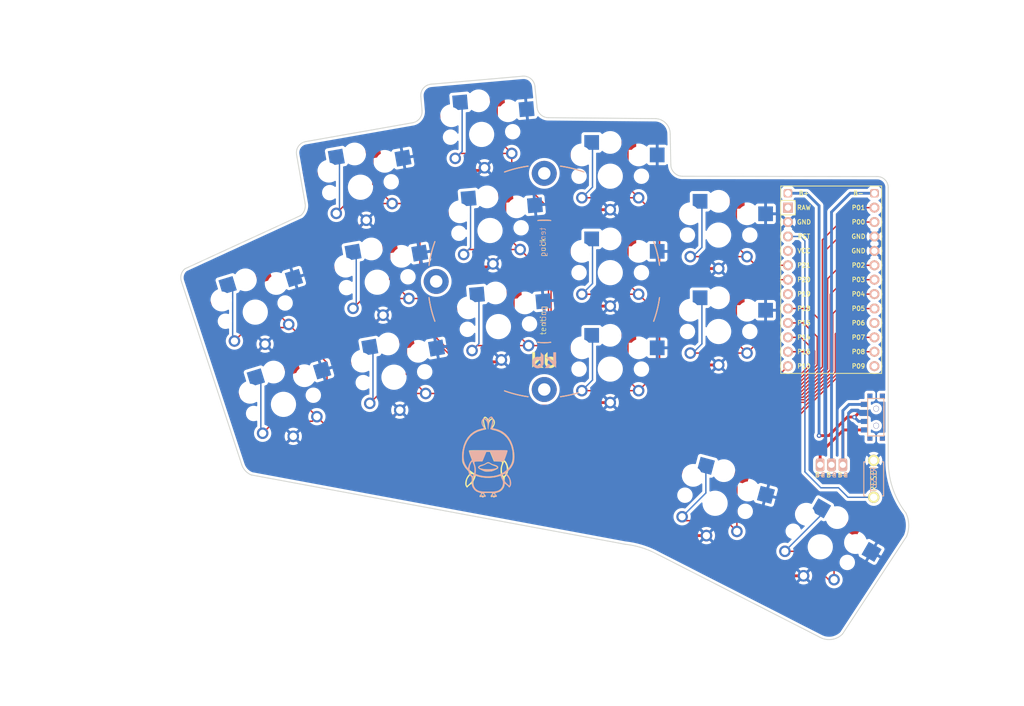
<source format=kicad_pcb>
(kicad_pcb (version 20211014) (generator pcbnew)
  (title_block (title "board") (rev "v1.0.0") (company "Unknown"))
  (layers (0 "F.Cu" signal) (31 "B.Cu" signal) (34 "B.Paste" user) (35 "F.Paste" user) (36 "B.SilkS" user "B.Silkscreen") (37 "F.SilkS" user "F.Silkscreen") (38 "B.Mask" user) (39 "F.Mask" user) (44 "Edge.Cuts" user))
  (net 0 "")
  (net 1 "P6")
  (net 2 "GND")
  (net 3 "P5")
  (net 4 "P4")
  (net 5 "P3")
  (net 6 "P2")
  (net 7 "P0")
  (net 8 "P1")
  (net 9 "P18")
  (net 10 "P15")
  (net 11 "P14")
  (net 12 "P16")
  (net 13 "P10")
  (net 14 "P19")
  (net 15 "P20")
  (net 16 "P21")
  (net 17 "P7")
  (net 18 "P8")
  (net 19 "P9")
  (net 20 "RAW")
  (net 21 "RST")
  (net 22 "VCC")
  (net 23 "Bplus")
  (net 24 "Bminus")
  (net 25 "Braw")
  (footprint "E73:SPDT_C128955" (layer "F.Cu") (at 162.287367 -64.212667 -90)
    (fp_text reference "T1" hide)
    (fp_text value "" hide)
  )
  (footprint "lib:bat" (layer "F.Cu") (at 154.411087 -55.816483)
    (fp_text reference "PAD1" hide)
    (fp_text value "" hide)
  )
  (footprint "kbd:ResetSW" (layer "F.Cu") (at 161.85 -53.34 -90)
    (fp_text reference "B1" hide)
    (fp_text value "")
  )
  (footprint "PG1350" (layer "F.Cu") (at 71.38711 -104.745067 10)
    (fp_text reference "S11" hide)
    (fp_text value "" hide)
  )
  (footprint "PG1350" (layer "F.Cu") (at 152.428645 -41.360213 150)
    (fp_text reference "S34" hide)
    (fp_text value "" hide)
  )
  (footprint "PG1350" (layer "F.Cu") (at 94.221643 -97.114167 5)
    (fp_text reference "S15" hide)
    (fp_text value "" hide)
  )
  (footprint "PG1350" (layer "F.Cu") (at 115.411087 -89.686017)
    (fp_text reference "S21" hide)
    (fp_text value "" hide)
  )
  (footprint "PG1350" (layer "F.Cu") (at 77.291148 -71.261603 -170)
    (fp_text reference "S8" hide)
    (fp_text value "" hide)
  )
  (footprint "PG1350" (layer "F.Cu") (at 95.703291 -80.178857 -175)
    (fp_text reference "S14" hide)
    (fp_text value "" hide)
  )
  (footprint "PG1350" (layer "F.Cu") (at 115.411087 -72.686017 180)
    (fp_text reference "S20" hide)
    (fp_text value "" hide)
  )
  (footprint "PG1350" (layer "F.Cu") (at 134.517334 -79.310985 180)
    (fp_text reference "S28" hide)
    (fp_text value "" hide)
  )
  (footprint "PG1350" (layer "F.Cu") (at 134.517334 -96.310985)
    (fp_text reference "S29" hide)
    (fp_text value "" hide)
  )
  (footprint "LOGO" (layer "F.Cu") (at 93.819755 -55.859733)
    (fp_text reference "G***" hide)
    (fp_text value "LOGO" hide)
  )
  (footprint "PG1350" (layer "F.Cu") (at 152.428645 -41.360213 -30)
    (fp_text reference "S33" hide)
    (fp_text value "" hide)
  )
  (footprint "PG1350" (layer "F.Cu") (at 77.291148 -71.261603 10)
    (fp_text reference "S7" hide)
    (fp_text value "" hide)
  )
  (footprint "E73:SPDT_C128955" (layer "F.Cu") (at 162.287367 -64.212667 -90)
    (fp_text reference "T2" hide)
    (fp_text value "" hide)
  )
  (footprint "PG1350" (layer "F.Cu") (at 52.842259 -82.729963 17)
    (fp_text reference "S5" hide)
    (fp_text value "" hide)
  )
  (footprint "PG1350" (layer "F.Cu") (at 134.517334 -79.310985)
    (fp_text reference "S27" hide)
    (fp_text value "" hide)
  )
  (footprint "PG1350" (layer "F.Cu") (at 74.339129 -88.003335 10)
    (fp_text reference "S9" hide)
    (fp_text value "" hide)
  )
  (footprint "PG1350" (layer "F.Cu") (at 94.221643 -97.114167 -175)
    (fp_text reference "S16" hide)
    (fp_text value "" hide)
  )
  (footprint "PG1350" (layer "F.Cu") (at 134.517334 -96.310985 180)
    (fp_text reference "S30" hide)
    (fp_text value "" hide)
  )
  (footprint "PG1350" (layer "F.Cu") (at 95.703291 -80.178857 5)
    (fp_text reference "S13" hide)
    (fp_text value "" hide)
  )
  (footprint "PG1350" (layer "F.Cu") (at 115.411087 -106.686017 180)
    (fp_text reference "S24" hide)
    (fp_text value "" hide)
  )
  (footprint "PG1350" (layer "F.Cu") (at 92.739996 -114.049477 5)
    (fp_text reference "S17" hide)
    (fp_text value "" hide)
  )
  (footprint "PG1350" (layer "F.Cu") (at 57.812578 -66.472782 -163)
    (fp_text reference "S4" hide)
    (fp_text value "" hide)
  )
  (footprint "PG1350" (layer "F.Cu") (at 74.339129 -88.003335 -170)
    (fp_text reference "S10" hide)
    (fp_text value "" hide)
  )
  (footprint "PG1350" (layer "F.Cu") (at 115.411087 -89.686017 180)
    (fp_text reference "S22" hide)
    (fp_text value "" hide)
  )
  (footprint "PG1350" (layer "F.Cu") (at 133.891046 -49.038738 -15)
    (fp_text reference "S31" hide)
    (fp_text value "" hide)
  )
  (footprint "kbd:Tenting_Puck2" (layer "F.Cu") (at 103.783251 -88.13912)
    (fp_text reference "REF**")
    (fp_text value "Tenting Puck")
  )
  (footprint "ProMicro" (layer "F.Cu") (at 154.357213 -87.172542 -90)
    (fp_text reference "MCU1" hide)
    (fp_text value "" hide)
  )
  (footprint "PG1350" (layer "F.Cu") (at 57.812578 -66.472782 17)
    (fp_text reference "S3" hide)
    (fp_text value "" hide)
  )
  (footprint "PG1350" (layer "F.Cu") (at 133.891046 -49.038738 165)
    (fp_text reference "S32" hide)
    (fp_text value "" hide)
  )
  (footprint "PG1350" (layer "F.Cu") (at 71.38711 -104.745067 -170)
    (fp_text reference "S12" hide)
    (fp_text value "" hide)
  )
  (footprint "PG1350" (layer "F.Cu") (at 115.411087 -106.686017)
    (fp_text reference "S23" hide)
    (fp_text value "" hide)
  )
  (footprint "PG1350" (layer "F.Cu") (at 52.842259 -82.729963 -163)
    (fp_text reference "S6" hide)
    (fp_text value "" hide)
  )
  (footprint "PG1350" (layer "F.Cu") (at 115.411087 -72.686017)
    (fp_text reference "S19" hide)
    (fp_text value "" hide)
  )
  (footprint "PG1350" (layer "F.Cu") (at 92.739996 -114.049477 -175)
    (fp_text reference "S18" hide)
    (fp_text value "" hide)
  )
  (footprint "LOGO" (layer "B.Cu") (at 93.98 -55.88 180)
    (fp_text reference "G***" hide)
    (fp_text value "LOGO" hide)
  )
  (gr_arc (start 104.509588 -117.005368) (mid 103.158397 -117.530806) (end 102.517198 -118.831058) (layer "Edge.Cuts") (width 0.15))
  (gr_line (start 126.088253 -108.703396) (end 125.984 -114.046) (layer "Edge.Cuts") (width 0.15))
  (gr_arc (start 82.233091 -118.259454) (mid 81.827408 -116.867619) (end 80.587997 -116.115527) (layer "Edge.Cuts") (width 0.15))
  (gr_arc (start 167.528587 -47.330455) (mid 168.024672 -45.267049) (end 167.64 -43.18) (layer "Edge.Cuts") (width 0.15))
  (gr_arc (start 167.528587 -47.330455) (mid 165.211835 -51.649611) (end 164.411087 -56.485027) (layer "Edge.Cuts") (width 0.15))
  (gr_line (start 60.120825 -110.475759) (end 61.630489 -101.874615) (layer "Edge.Cuts") (width 0.15))
  (gr_line (start 118.067797 -41.80264) (end 52.13573 -54.028933) (layer "Edge.Cuts") (width 0.15))
  (gr_line (start 83.834124 -122.906984) (end 99.972478 -124.318907) (layer "Edge.Cuts") (width 0.15))
  (gr_arc (start 52.13573 -54.028933) (mid 51.093996 -54.760565) (end 50.45086 -55.859129) (layer "Edge.Cuts") (width 0.15))
  (gr_line (start 162.411086 -106.629429) (end 128.117202 -106.676472) (layer "Edge.Cuts") (width 0.15))
  (gr_line (start 104.509588 -117.005368) (end 123.444 -116.84) (layer "Edge.Cuts") (width 0.15))
  (gr_line (start 39.815446 -88.161643) (end 50.45086 -55.859129) (layer "Edge.Cuts") (width 0.15))
  (gr_arc (start 99.972478 -124.318908) (mid 101.432366 -123.858608) (end 102.139179 -122.500829) (layer "Edge.Cuts") (width 0.15))
  (gr_arc (start 128.117202 -106.676472) (mid 126.698658 -107.285463) (end 126.088253 -108.703396) (layer "Edge.Cuts") (width 0.15))
  (gr_arc (start 60.120826 -110.475759) (mid 60.452137 -111.970208) (end 61.743144 -112.792671) (layer "Edge.Cuts") (width 0.15))
  (gr_line (start 156.354214 -25.985787) (end 167.64 -43.18) (layer "Edge.Cuts") (width 0.15))
  (gr_arc (start 118.067797 -41.80264) (mid 120.992158 -41.190657) (end 123.746692 -40.034594) (layer "Edge.Cuts") (width 0.15))
  (gr_line (start 152.4 -25.4) (end 123.746692 -40.034594) (layer "Edge.Cuts") (width 0.15))
  (gr_arc (start 123.444 -116.84) (mid 125.278785 -115.956422) (end 125.984 -114.046) (layer "Edge.Cuts") (width 0.15))
  (gr_arc (start 156.354214 -25.985787) (mid 154.473897 -25.039536) (end 152.4 -25.4) (layer "Edge.Cuts") (width 0.15))
  (gr_arc (start 39.815446 -88.161643) (mid 39.788585 -89.36909) (end 40.458272 -90.379598) (layer "Edge.Cuts") (width 0.15))
  (gr_line (start 102.139179 -122.500829) (end 102.517198 -118.831058) (layer "Edge.Cuts") (width 0.15))
  (gr_line (start 61.743144 -112.792671) (end 80.587997 -116.115527) (layer "Edge.Cuts") (width 0.15))
  (gr_arc (start 61.630489 -101.874615) (mid 61.532287 -100.734816) (end 60.891088 -99.781795) (layer "Edge.Cuts") (width 0.15))
  (gr_arc (start 82.016046 -120.740284) (mid 82.476347 -122.20017) (end 83.834124 -122.906984) (layer "Edge.Cuts") (width 0.15))
  (gr_line (start 40.458272 -90.379598) (end 60.891088 -99.781795) (layer "Edge.Cuts") (width 0.15))
  (gr_line (start 82.23309 -118.259454) (end 82.016046 -120.740283) (layer "Edge.Cuts") (width 0.15))
  (gr_arc (start 162.411086 -106.629429) (mid 163.838502 -106.070136) (end 164.411086 -104.648) (layer "Edge.Cuts") (width 0.15))
  (gr_line (start 164.411087 -56.485027) (end 164.411086 -104.648) (layer "Edge.Cuts") (width 0.15))
  (segment (start 108.15356 -75.418544) (end 107.136087 -76.436017) (width 0.5) (layer "F.Cu") (net 2))
  (segment (start 63.384822 -105.421809) (end 62.586645 -106.219986) (width 0.5) (layer "F.Cu") (net 2))
  (segment (start 95.876803 -73.960601) (end 90.101363 -73.960601) (width 0.5) (layer "F.Cu") (net 2))
  (segment (start 134.517334 -90.410985) (end 128.150955 -90.410985) (width 0.5) (layer "F.Cu") (net 2))
  (segment (start 63.384822 -100.80225) (end 63.384822 -105.421809) (width 0.5) (layer "F.Cu") (net 2))
  (segment (start 128.789852 -73.410985) (end 126.242334 -75.958503) (width 0.5) (layer "F.Cu") (net 2))
  (segment (start 75.363653 -82.192969) (end 74.347654 -81.17697) (width 0.5) (layer "F.Cu") (net 2))
  (segment (start 115.411087 -66.786017) (end 109.81576 -66.786017) (width 0.5) (layer "F.Cu") (net 2))
  (segment (start 126.242334 -92.319606) (end 126.242334 -100.060985) (width 0.5) (layer "F.Cu") (net 2))
  (segment (start 108.15356 -68.448217) (end 108.15356 -75.418544) (width 0.5) (layer "F.Cu") (net 2))
  (segment (start 62.586645 -106.219986) (end 62.586645 -107.001157) (width 0.5) (layer "F.Cu") (net 2))
  (segment (start 66.26837 -97.918702) (end 63.384822 -100.80225) (width 0.5) (layer "F.Cu") (net 2))
  (segment (start 93.254215 -108.171928) (end 92.778287 -107.696) (width 0.5) (layer "F.Cu") (net 2))
  (segment (start 74.347654 -81.17697) (end 68.485407 -81.17697) (width 0.5) (layer "F.Cu") (net 2))
  (segment (start 71.813295 -64.435238) (end 68.490683 -67.75785) (width 0.5) (layer "F.Cu") (net 2))
  (segment (start 92.778287 -107.696) (end 87.015073 -107.696) (width 0.5) (layer "F.Cu") (net 2))
  (segment (start 125.807135 -53.741241) (end 126.868581 -54.802687) (width 0.5) (layer "F.Cu") (net 2))
  (segment (start 109.81576 -66.786017) (end 108.15356 -68.448217) (width 0.5) (layer "F.Cu") (net 2))
  (segment (start 49.917361 -65.987885) (end 48.802762 -67.102484) (width 0.5) (layer "F.Cu") (net 2))
  (segment (start 125.807135 -45.471746) (end 125.807135 -53.741241) (width 0.5) (layer "F.Cu") (net 2))
  (segment (start 144.018 -39.624) (end 144.018 -45.626023) (width 0.5) (layer "F.Cu") (net 2))
  (segment (start 59.537571 -60.830584) (end 58.196209 -59.489222) (width 0.5) (layer "F.Cu") (net 2))
  (segment (start 77.299673 -64.435238) (end 71.813295 -64.435238) (width 0.5) (layer "F.Cu") (net 2))
  (segment (start 147.391337 -36.250663) (end 144.018 -39.624) (width 0.5) (layer "F.Cu") (net 2))
  (segment (start 149.478645 -36.250663) (end 147.391337 -36.250663) (width 0.5) (layer "F.Cu") (net 2))
  (segment (start 88.572461 -90.678) (end 85.651298 -93.599163) (width 0.5) (layer "F.Cu") (net 2))
  (segment (start 115.411087 -83.786017) (end 108.973745 -83.786017) (width 0.5) (layer "F.Cu") (net 2))
  (segment (start 78.315672 -65.451237) (end 77.299673 -64.435238) (width 0.5) (layer "F.Cu") (net 2))
  (segment (start 58.196209 -59.489222) (end 53.137791 -59.489222) (width 0.5) (layer "F.Cu") (net 2))
  (segment (start 71.395635 -97.918702) (end 66.26837 -97.918702) (width 0.5) (layer "F.Cu") (net 2))
  (segment (start 132.364014 -43.339776) (end 127.939105 -43.339776) (width 0.5) (layer "F.Cu") (net 2))
  (segment (start 53.137791 -59.489222) (end 49.917361 -62.709652) (width 0.5) (layer "F.Cu") (net 2))
  (segment (start 134.517334 -73.410985) (end 128.789852 -73.410985) (width 0.5) (layer "F.Cu") (net 2))
  (segment (start 107.136087 -103.216201) (end 107.136087 -110.436017) (width 0.5) (layer "F.Cu") (net 2))
  (segment (start 90.101363 -73.960601) (end 87.132946 -76.929018) (width 0.5) (layer "F.Cu") (net 2))
  (segment (start 115.411087 -100.786017) (end 109.566271 -100.786017) (width 0.5) (layer "F.Cu") (net 2))
  (segment (start 68.485407 -81.17697) (end 65.538664 -84.123713) (width 0.5) (layer "F.Cu") (net 2))
  (segment (start 65.538664 -84.123713) (end 65.538664 -90.259425) (width 0.5) (layer "F.Cu") (net 2))
  (segment (start 48.802762 -67.102484) (end 48.802762 -67.639549) (width 0.5) (layer "F.Cu") (net 2))
  (segment (start 144.018 -45.626023) (end 147.137285 -48.745308) (width 0.5) (layer "F.Cu") (net 2))
  (segment (start 127.939105 -43.339776) (end 125.807135 -45.471746) (width 0.5) (layer "F.Cu") (net 2))
  (segment (start 87.132946 -76.929018) (end 87.132946 -83.193373) (width 0.5) (layer "F.Cu") (net 2))
  (segment (start 108.15356 -76.015027) (end 107.136087 -77.0325) (width 0.5) (layer "F.Cu") (net 2))
  (segment (start 109.566271 -100.786017) (end 107.136087 -103.216201) (width 0.5) (layer "F.Cu") (net 2))
  (segment (start 85.651298 -93.599163) (end 85.651298 -100.128683) (width 0.5) (layer "F.Cu") (net 2))
  (segment (start 48.232895 -75.218284) (end 44.864298 -78.586881) (width 0.5) (layer "F.Cu") (net 2))
  (segment (start 96.21751 -74.301308) (end 95.876803 -73.960601) (width 0.5) (layer "F.Cu") (net 2))
  (segment (start 108.973745 -83.786017) (end 107.136087 -85.623675) (width 0.5) (layer "F.Cu") (net 2))
  (segment (start 128.150955 -90.410985) (end 126.242334 -92.319606) (width 0.5) (layer "F.Cu") (net 2))
  (segment (start 44.864298 -78.586881) (end 44.864298 -82.864875) (width 0.5) (layer "F.Cu") (net 2))
  (segment (start 87.015073 -107.696) (end 84.169651 -110.541422) (width 0.5) (layer "F.Cu") (net 2))
  (segment (start 54.567252 -77.087765) (end 52.697771 -75.218284) (width 0.5) (layer "F.Cu") (net 2))
  (segment (start 72.411634 -98.934701) (end 71.395635 -97.918702) (width 0.5) (layer "F.Cu") (net 2))
  (segment (start 68.490683 -67.75785) (end 68.490683 -73.517693) (width 0.5) (layer "F.Cu") (net 2))
  (segment (start 52.697771 -75.218284) (end 48.232895 -75.218284) (width 0.5) (layer "F.Cu") (net 2))
  (segment (start 107.136087 -85.623675) (end 107.136087 -93.436017) (width 0.5) (layer "F.Cu") (net 2))
  (segment (start 44.864298 -82.864875) (end 43.832443 -83.89673) (width 0.5) (layer "F.Cu") (net 2))
  (segment (start 94.735862 -91.236618) (end 94.177244 -90.678) (width 0.5) (layer "F.Cu") (net 2))
  (segment (start 49.917361 -62.709652) (end 49.917361 -65.987885) (width 0.5) (layer "F.Cu") (net 2))
  (segment (start 84.169651 -110.541422) (end 84.169651 -117.063993) (width 0.5) (layer "F.Cu") (net 2))
  (segment (start 126.242334 -75.958503) (end 126.242334 -83.060985) (width 0.5) (layer "F.Cu") (net 2))
  (segment (start 94.177244 -90.678) (end 88.572461 -90.678) (width 0.5) (layer "F.Cu") (net 2))
  (segment (start 149.748864 -66.830877) (end 155.077894 -72.159909) (width 0.25) (layer "F.Cu") (net 3))
  (segment (start 159.562542 -83.362542) (end 161.977213 -83.362542) (width 0.25) (layer "F.Cu") (net 3))
  (segment (start 155.077894 -78.877894) (end 159.562542 -83.362542) (width 0.25) (layer "F.Cu") (net 3))
  (segment (start 63.705114 -64.300682) (end 62.904432 -63.5) (width 0.25) (layer "F.Cu") (net 3))
  (segment (start 59.204864 -68.800932) (end 63.705114 -64.300682) (width 0.25) (layer "F.Cu") (net 3))
  (segment (start 63.705114 -64.300682) (end 64.955316 -63.05048) (width 0.25) (layer "F.Cu") (net 3))
  (segment (start 121.872336 -61.654585) (end 127.048629 -66.830877) (width 0.25) (layer "F.Cu") (net 3))
  (segment (start 64.955316 -63.05048) (end 81.210742 -63.05048) (width 0.25) (layer "F.Cu") (net 3))
  (segment (start 89.748263 -71.588001) (end 93.84192 -71.588001) (width 0.25) (layer "F.Cu") (net 3))
  (segment (start 100.944526 -64.485396) (end 106.796666 -64.485396) (width 0.25) (layer "F.Cu") (net 3))
  (segment (start 81.210742 -63.05048) (end 81.474064 -63.313803) (width 0.25) (layer "F.Cu") (net 3))
  (segment (start 93.84192 -71.588001) (end 100.944526 -64.485396) (width 0.25) (layer "F.Cu") (net 3))
  (segment (start 109.627477 -61.654585) (end 121.872336 -61.654585) (width 0.25) (layer "F.Cu") (net 3))
  (segment (start 56.265102 -63.5) (end 54.142067 -61.376965) (width 0.25) (layer "F.Cu") (net 3))
  (segment (start 81.474064 -63.313803) (end 89.748263 -71.588001) (width 0.25) (layer "F.Cu") (net 3))
  (segment (start 62.904432 -63.5) (end 56.265102 -63.5) (width 0.25) (layer "F.Cu") (net 3))
  (segment (start 106.796666 -64.485396) (end 109.627477 -61.654585) (width 0.25) (layer "F.Cu") (net 3))
  (segment (start 155.077894 -72.159909) (end 155.077894 -78.877894) (width 0.25) (layer "F.Cu") (net 3))
  (segment (start 127.048629 -66.830877) (end 149.748864 -66.830877) (width 0.25) (layer "F.Cu") (net 3))
  (segment (start 59.204864 -73.120313) (end 59.204864 -68.800932) (width 0.25) (layer "F.Cu") (net 3))
  (segment (start 52.626273 -71.927415) (end 53.827272 -70.726416) (width 0.25) (layer "B.Cu") (net 3))
  (segment (start 53.827272 -70.726416) (end 53.827272 -62.099102) (width 0.25) (layer "B.Cu") (net 3))
  (segment (start 58.734795 -80.557863) (end 65.491195 -73.801463) (width 0.25) (layer "F.Cu") (net 4))
  (segment (start 54.234545 -89.377494) (end 54.234545 -85.058113) (width 0.25) (layer "F.Cu") (net 4))
  (segment (start 106.982862 -64.934916) (end 109.813674 -62.104105) (width 0.25) (layer "F.Cu") (net 4))
  (segment (start 54.234545 -85.058113) (end 58.734795 -80.557863) (width 0.25) (layer "F.Cu") (net 4))
  (segment (start 69.468058 -63.5) (end 81.024544 -63.5) (width 0.25) (layer "F.Cu") (net 4))
  (segment (start 121.686139 -62.104105) (end 126.862431 -67.280397) (width 0.25) (layer "F.Cu") (net 4))
  (segment (start 154.628374 -82.455721) (end 158.075195 -85.902542) (width 0.25) (layer "F.Cu") (net 4))
  (segment (start 58.186932 -80.01) (end 51.547602 -80.01) (width 0.25) (layer "F.Cu") (net 4))
  (segment (start 65.491195 -73.801463) (end 65.491195 -67.476863) (width 0.25) (layer "F.Cu") (net 4))
  (segment (start 101.130723 -64.934916) (end 106.982862 -64.934916) (width 0.25) (layer "F.Cu") (net 4))
  (segment (start 158.075195 -85.902542) (end 161.977213 -85.902542) (width 0.25) (layer "F.Cu") (net 4))
  (segment (start 89.562065 -72.037521) (end 94.028117 -72.037521) (width 0.25) (layer "F.Cu") (net 4))
  (segment (start 109.813674 -62.104105) (end 121.686139 -62.104105) (width 0.25) (layer "F.Cu") (net 4))
  (segment (start 149.562666 -67.280397) (end 154.628374 -72.346106) (width 0.25) (layer "F.Cu") (net 4))
  (segment (start 154.628374 -72.346106) (end 154.628374 -82.455721) (width 0.25) (layer "F.Cu") (net 4))
  (segment (start 58.734795 -80.557863) (end 58.186932 -80.01) (width 0.25) (layer "F.Cu") (net 4))
  (segment (start 81.024544 -63.5) (end 89.562065 -72.037521) (width 0.25) (layer "F.Cu") (net 4))
  (segment (start 51.547602 -80.01) (end 49.171748 -77.634146) (width 0.25) (layer "F.Cu") (net 4))
  (segment (start 126.862431 -67.280397) (end 149.562666 -67.280397) (width 0.25) (layer "F.Cu") (net 4))
  (segment (start 94.028117 -72.037521) (end 101.130723 -64.934916) (width 0.25) (layer "F.Cu") (net 4))
  (segment (start 65.491195 -67.476863) (end 69.468058 -63.5) (width 0.25) (layer "F.Cu") (net 4))
  (segment (start 47.655954 -88.184596) (end 48.856953 -86.983597) (width 0.25) (layer "B.Cu") (net 4))
  (segment (start 48.856953 -86.983597) (end 48.856953 -78.356283) (width 0.25) (layer "B.Cu") (net 4))
  (segment (start 121.499941 -62.553625) (end 126.676233 -67.729917) (width 0.25) (layer "F.Cu") (net 5))
  (segment (start 109.999871 -62.553625) (end 121.499941 -62.553625) (width 0.25) (layer "F.Cu") (net 5))
  (segment (start 94.214315 -72.487041) (end 101.31692 -65.384436) (width 0.25) (layer "F.Cu") (net 5))
  (segment (start 149.376468 -67.729917) (end 154.178854 -72.532303) (width 0.25) (layer "F.Cu") (net 5))
  (segment (start 101.31692 -65.384436) (end 107.16906 -65.384436) (width 0.25) (layer "F.Cu") (net 5))
  (segment (start 79.483187 -71.779437) (end 82.87505 -68.387574) (width 0.25) (layer "F.Cu") (net 5))
  (segment (start 82.87505 -68.387574) (end 85.2764 -68.387574) (width 0.25) (layer "F.Cu") (net 5))
  (segment (start 85.2764 -68.387574) (end 89.375867 -72.487041) (width 0.25) (layer "F.Cu") (net 5))
  (segment (start 126.676233 -67.729917) (end 149.376468 -67.729917) (width 0.25) (layer "F.Cu") (net 5))
  (segment (start 82.87505 -68.387574) (end 74.763453 -68.387574) (width 0.25) (layer "F.Cu") (net 5))
  (segment (start 79.483187 -77.689907) (end 79.483187 -71.779437) (width 0.25) (layer "F.Cu") (net 5))
  (segment (start 74.763453 -68.387574) (end 73.026972 -66.651093) (width 0.25) (layer "F.Cu") (net 5))
  (segment (start 154.178854 -85.854555) (end 156.766841 -88.442542) (width 0.25) (layer "F.Cu") (net 5))
  (segment (start 154.178854 -72.532303) (end 154.178854 -85.854555) (width 0.25) (layer "F.Cu") (net 5))
  (segment (start 89.375867 -72.487041) (end 94.214315 -72.487041) (width 0.25) (layer "F.Cu") (net 5))
  (segment (start 107.16906 -65.384436) (end 109.999871 -62.553625) (width 0.25) (layer "F.Cu") (net 5))
  (segment (start 156.766841 -88.442542) (end 161.977213 -88.442542) (width 0.25) (layer "F.Cu") (net 5))
  (segment (start 73.59045 -67.214571) (end 73.026972 -66.651093) (width 0.25) (layer "B.Cu") (net 5))
  (segment (start 73.032696 -76.552511) (end 73.59045 -75.994757) (width 0.25) (layer "B.Cu") (net 5))
  (segment (start 73.59045 -75.994757) (end 73.59045 -67.214571) (width 0.25) (layer "B.Cu") (net 5))
  (segment (start 84.38648 -82.617802) (end 84.38648 -77.933067) (width 0.25) (layer "F.Cu") (net 6))
  (segment (start 76.531168 -88.521169) (end 79.923031 -85.129306) (width 0.25) (layer "F.Cu") (net 6))
  (segment (start 121.313741 -63.003145) (end 126.490035 -68.179437) (width 0.25) (layer "F.Cu") (net 6))
  (segment (start 76.531168 -94.431639) (end 76.531168 -88.521169) (width 0.25) (layer "F.Cu") (net 6))
  (segment (start 94.400512 -72.936561) (end 101.503117 -65.833956) (width 0.25) (layer "F.Cu") (net 6))
  (segment (start 101.503117 -65.833956) (end 107.355257 -65.833956) (width 0.25) (layer "F.Cu") (net 6))
  (segment (start 81.874976 -85.129306) (end 84.38648 -82.617802) (width 0.25) (layer "F.Cu") (net 6))
  (segment (start 84.38648 -77.933067) (end 89.382986 -72.936561) (width 0.25) (layer "F.Cu") (net 6))
  (segment (start 79.923031 -85.129306) (end 81.874976 -85.129306) (width 0.25) (layer "F.Cu") (net 6))
  (segment (start 110.186071 -63.003145) (end 121.313741 -63.003145) (width 0.25) (layer "F.Cu") (net 6))
  (segment (start 107.355257 -65.833956) (end 110.186071 -63.003145) (width 0.25) (layer "F.Cu") (net 6))
  (segment (start 126.490035 -68.179437) (end 149.19027 -68.179437) (width 0.25) (layer "F.Cu") (net 6))
  (segment (start 79.923031 -85.129306) (end 71.811434 -85.129306) (width 0.25) (layer "F.Cu") (net 6))
  (segment (start 156.084963 -90.982542) (end 161.977213 -90.982542) (width 0.25) (layer "F.Cu") (net 6))
  (segment (start 153.729334 -72.718501) (end 153.729334 -88.626913) (width 0.25) (layer "F.Cu") (net 6))
  (segment (start 71.811434 -85.129306) (end 70.074953 -83.392825) (width 0.25) (layer "F.Cu") (net 6))
  (segment (start 153.729334 -88.626913) (end 156.084963 -90.982542) (width 0.25) (layer "F.Cu") (net 6))
  (segment (start 89.382986 -72.936561) (end 94.400512 -72.936561) (width 0.25) (layer "F.Cu") (net 6))
  (segment (start 149.19027 -68.179437) (end 153.729334 -72.718501) (width 0.25) (layer "F.Cu") (net 6))
  (segment (start 70.638431 -83.956303) (end 70.074953 -83.392825) (width 0.25) (layer "B.Cu") (net 6))
  (segment (start 70.638431 -92.736489) (end 70.638431 -83.956303) (width 0.25) (layer "B.Cu") (net 6))
  (segment (start 70.080677 -93.294243) (end 70.638431 -92.736489) (width 0.25) (layer "B.Cu") (net 6))
  (segment (start 68.859415 -101.871038) (end 67.122934 -100.134557) (width 0.25) (layer "F.Cu") (net 7))
  (segment (start 149.004072 -68.628957) (end 153.249052 -72.873937) (width 0.25) (layer "F.Cu") (net 7))
  (segment (start 158.355429 -98.602542) (end 161.977213 -98.602542) (width 0.25) (layer "F.Cu") (net 7))
  (segment (start 110.372268 -63.452665) (end 121.127544 -63.452665) (width 0.25) (layer "F.Cu") (net 7))
  (segment (start 73.579149 -111.173371) (end 73.579149 -105.262901) (width 0.25) (layer "F.Cu") (net 7))
  (segment (start 84.836 -82.804) (end 84.836 -78.119265) (width 0.25) (layer "F.Cu") (net 7))
  (segment (start 79.561162 -101.871038) (end 81.858703 -99.573497) (width 0.25) (layer "F.Cu") (net 7))
  (segment (start 89.569184 -73.386081) (end 94.586709 -73.386081) (width 0.25) (layer "F.Cu") (net 7))
  (segment (start 107.541455 -66.283476) (end 110.372268 -63.452665) (width 0.25) (layer "F.Cu") (net 7))
  (segment (start 76.971012 -101.871038) (end 68.859415 -101.871038) (width 0.25) (layer "F.Cu") (net 7))
  (segment (start 126.303837 -68.628957) (end 149.004072 -68.628957) (width 0.25) (layer "F.Cu") (net 7))
  (segment (start 153.249052 -93.496165) (end 158.355429 -98.602542) (width 0.25) (layer "F.Cu") (net 7))
  (segment (start 101.689314 -66.283476) (end 107.541455 -66.283476) (width 0.25) (layer "F.Cu") (net 7))
  (segment (start 153.249052 -72.873937) (end 153.249052 -93.496165) (width 0.25) (layer "F.Cu") (net 7))
  (segment (start 81.858703 -85.781297) (end 84.836 -82.804) (width 0.25) (layer "F.Cu") (net 7))
  (segment (start 84.836 -78.119265) (end 89.569184 -73.386081) (width 0.25) (layer "F.Cu") (net 7))
  (segment (start 121.127544 -63.452665) (end 126.303837 -68.628957) (width 0.25) (layer "F.Cu") (net 7))
  (segment (start 81.858703 -99.573497) (end 81.858703 -85.781297) (width 0.25) (layer "F.Cu") (net 7))
  (segment (start 76.971012 -101.871038) (end 79.561162 -101.871038) (width 0.25) (layer "F.Cu") (net 7))
  (segment (start 73.579149 -105.262901) (end 76.971012 -101.871038) (width 0.25) (layer "F.Cu") (net 7))
  (segment (start 94.586709 -73.386081) (end 101.689314 -66.283476) (width 0.25) (layer "F.Cu") (net 7))
  (segment (start 67.686412 -100.698035) (end 67.122934 -100.134557) (width 0.25) (layer "B.Cu") (net 7))
  (segment (start 67.128658 -110.035975) (end 67.686412 -109.478221) (width 0.25) (layer "B.Cu") (net 7))
  (segment (start 67.686412 -109.478221) (end 67.686412 -100.698035) (width 0.25) (layer "B.Cu") (net 7))
  (segment (start 91.925067 -76.829096) (end 91.053509 -75.957538) (width 0.25) (layer "F.Cu") (net 8))
  (segment (start 152.799532 -73.060135) (end 152.799532 -95.461145) (width 0.25) (layer "F.Cu") (net 8))
  (segment (start 104.07916 -73.484347) (end 106.68 -70.883507) (width 0.25) (layer "F.Cu") (net 8))
  (segment (start 101.015456 -76.829096) (end 102.844128 -76.829096) (width 0.25) (layer "F.Cu") (net 8))
  (segment (start 101.015456 -76.829096) (end 98.447252 -79.3973) (width 0.25) (layer "F.Cu") (net 8))
  (segment (start 98.447252 -79.3973) (end 98.447252 -86.391651) (width 0.25) (layer "F.Cu") (net 8))
  (segment (start 126.117639 -69.078477) (end 148.817874 -69.078477) (width 0.25) (layer "F.Cu") (net 8))
  (segment (start 152.799532 -95.461145) (end 158.480929 -101.142542) (width 0.25) (layer "F.Cu") (net 8))
  (segment (start 110.558465 -63.902185) (end 120.941347 -63.902185) (width 0.25) (layer "F.Cu") (net 8))
  (segment (start 120.941347 -63.902185) (end 126.117639 -69.078477) (width 0.25) (layer "F.Cu") (net 8))
  (segment (start 104.07916 -75.594064) (end 104.07916 -73.484347) (width 0.25) (layer "F.Cu") (net 8))
  (segment (start 148.817874 -69.078477) (end 152.799532 -73.060135) (width 0.25) (layer "F.Cu") (net 8))
  (segment (start 101.015456 -76.829096) (end 91.925067 -76.829096) (width 0.25) (layer "F.Cu") (net 8))
  (segment (start 106.68 -70.883507) (end 106.680001 -67.780648) (width 0.25) (layer "F.Cu") (net 8))
  (segment (start 102.844128 -76.829096) (end 104.07916 -75.594064) (width 0.25) (layer "F.Cu") (net 8))
  (segment (start 158.480929 -101.142542) (end 161.977213 -101.142542) (width 0.25) (layer "F.Cu") (net 8))
  (segment (start 106.680001 -67.780648) (end 110.558465 -63.902185) (width 0.25) (layer "F.Cu") (net 8))
  (segment (start 92.270004 -77.174033) (end 91.053509 -75.957538) (width 0.25) (layer "B.Cu") (net 8))
  (segment (start 91.922177 -85.82078) (end 92.270004 -85.472953) (width 0.25) (layer "B.Cu") (net 8))
  (segment (start 92.270004 -85.472953) (end 92.270004 -77.174033) (width 0.25) (layer "B.Cu") (net 8))
  (segment (start 110.744662 -64.351705) (end 120.755149 -64.351705) (width 0.25) (layer "F.Cu") (net 9))
  (segment (start 104.52868 -88.769534) (end 104.52868 -73.670546) (width 0.25) (layer "F.Cu") (net 9))
  (segment (start 152.350012 -73.246333) (end 152.350012 -81.329988) (width 0.25) (layer "F.Cu") (net 9))
  (segment (start 99.533808 -93.764406) (end 90.443419 -93.764406) (width 0.25) (layer "F.Cu") (net 9))
  (segment (start 96.965604 -96.33261) (end 99.533808 -93.764406) (width 0.25) (layer "F.Cu") (net 9))
  (segment (start 107.12952 -67.966846) (end 107.392843 -67.703524) (width 0.25) (layer "F.Cu") (net 9))
  (segment (start 150.317458 -83.362542) (end 146.737213 -83.362542) (width 0.25) (layer "F.Cu") (net 9))
  (segment (start 107.392843 -67.703524) (end 110.744662 -64.351705) (width 0.25) (layer "F.Cu") (net 9))
  (segment (start 99.533808 -93.764406) (end 104.52868 -88.769534) (width 0.25) (layer "F.Cu") (net 9))
  (segment (start 148.631676 -69.527997) (end 152.350012 -73.246333) (width 0.25) (layer "F.Cu") (net 9))
  (segment (start 125.931441 -69.527997) (end 148.631676 -69.527997) (width 0.25) (layer "F.Cu") (net 9))
  (segment (start 96.965604 -103.326961) (end 96.965604 -96.33261) (width 0.25) (layer "F.Cu") (net 9))
  (segment (start 90.443419 -93.764406) (end 89.571861 -92.892848) (width 0.25) (layer "F.Cu") (net 9))
  (segment (start 107.12952 -71.069705) (end 107.12952 -67.966846) (width 0.25) (layer "F.Cu") (net 9))
  (segment (start 152.350012 -81.329988) (end 150.317458 -83.362542) (width 0.25) (layer "F.Cu") (net 9))
  (segment (start 104.52868 -73.670546) (end 107.12952 -71.069705) (width 0.25) (layer "F.Cu") (net 9))
  (segment (start 120.755149 -64.351705) (end 125.931441 -69.527997) (width 0.25) (layer "F.Cu") (net 9))
  (segment (start 90.788356 -94.109343) (end 89.571861 -92.892848) (width 0.25) (layer "B.Cu") (net 9))
  (segment (start 90.440529 -102.75609) (end 90.788356 -102.408263) (width 0.25) (layer "B.Cu") (net 9))
  (segment (start 90.788356 -102.408263) (end 90.788356 -94.109343) (width 0.25) (layer "B.Cu") (net 9))
  (segment (start 148.445478 -69.977517) (end 151.900492 -73.432531) (width 0.25) (layer "F.Cu") (net 10))
  (segment (start 120.568951 -64.801225) (end 125.745243 -69.977517) (width 0.25) (layer "F.Cu") (net 10))
  (segment (start 98.052161 -107.541789) (end 104.9782 -100.61575) (width 0.25) (layer "F.Cu") (net 10))
  (segment (start 151.900492 -78.376564) (end 149.454514 -80.822542) (width 0.25) (layer "F.Cu") (net 10))
  (segment (start 98.052161 -110.699716) (end 98.052161 -107.541789) (width 0.25) (layer "F.Cu") (net 10))
  (segment (start 95.483957 -120.262271) (end 95.483957 -113.26792) (width 0.25) (layer "F.Cu") (net 10))
  (segment (start 125.745243 -69.977517) (end 148.445478 -69.977517) (width 0.25) (layer "F.Cu") (net 10))
  (segment (start 110.930859 -64.801225) (end 120.568951 -64.801225) (width 0.25) (layer "F.Cu") (net 10))
  (segment (start 107.57904 -71.255902) (end 107.57904 -68.153044) (width 0.25) (layer "F.Cu") (net 10))
  (segment (start 88.961772 -110.699716) (end 88.090214 -109.828158) (width 0.25) (layer "F.Cu") (net 10))
  (segment (start 149.454514 -80.822542) (end 146.737213 -80.822542) (width 0.25) (layer "F.Cu") (net 10))
  (segment (start 98.052161 -110.699716) (end 88.961772 -110.699716) (width 0.25) (layer "F.Cu") (net 10))
  (segment (start 151.900492 -73.432531) (end 151.900492 -78.376564) (width 0.25) (layer "F.Cu") (net 10))
  (segment (start 104.9782 -100.61575) (end 104.9782 -73.856744) (width 0.25) (layer "F.Cu") (net 10))
  (segment (start 95.483957 -113.26792) (end 98.052161 -110.699716) (width 0.25) (layer "F.Cu") (net 10))
  (segment (start 104.9782 -73.856744) (end 107.57904 -71.255902) (width 0.25) (layer "F.Cu") (net 10))
  (segment (start 107.57904 -68.153044) (end 110.930859 -64.801225) (width 0.25) (layer "F.Cu") (net 10))
  (segment (start 89.306709 -111.044653) (end 88.090214 -109.828158) (width 0.25) (layer "B.Cu") (net 10))
  (segment (start 89.306709 -119.343573) (end 89.306709 -111.044653) (width 0.25) (layer "B.Cu") (net 10))
  (segment (start 88.958882 -119.6914) (end 89.306709 -119.343573) (width 0.25) (layer "B.Cu") (net 10))
  (segment (start 148.25928 -70.427037) (end 121.952107 -70.427037) (width 0.25) (layer "F.Cu") (net 11))
  (segment (start 146.737213 -78.282542) (end 149.026535 -78.282542) (width 0.25) (layer "F.Cu") (net 11))
  (segment (start 120.411087 -68.886017) (end 110.411087 -68.886017) (width 0.25) (layer "F.Cu") (net 11))
  (segment (start 118.536566 -78.486496) (end 118.536566 -70.760538) (width 0.25) (layer "F.Cu") (net 11))
  (segment (start 151.450972 -75.858105) (end 151.450972 -73.618729) (width 0.25) (layer "F.Cu") (net 11))
  (segment (start 151.450972 -73.618729) (end 148.25928 -70.427037) (width 0.25) (layer "F.Cu") (net 11))
  (segment (start 118.536566 -70.760538) (end 120.411087 -68.886017) (width 0.25) (layer "F.Cu") (net 11))
  (segment (start 118.686087 -78.636017) (end 118.536566 -78.486496) (width 0.25) (layer "F.Cu") (net 11))
  (segment (start 149.026535 -78.282542) (end 151.450972 -75.858105) (width 0.25) (layer "F.Cu") (net 11))
  (segment (start 121.952107 -70.427037) (end 120.411087 -68.886017) (width 0.25) (layer "F.Cu") (net 11))
  (segment (start 112.285608 -79.029475) (end 112.285608 -70.760538) (width 0.25) (layer "B.Cu") (net 11))
  (segment (start 112.285608 -70.760538) (end 110.411087 -68.886017) (width 0.25) (layer "B.Cu") (net 11))
  (segment (start 118.536566 -87.760538) (end 120.411087 -85.886017) (width 0.25) (layer "F.Cu") (net 12))
  (segment (start 123.65488 -82.642224) (end 123.65488 -72.872083) (width 0.25) (layer "F.Cu") (net 12))
  (segment (start 110.411087 -85.886017) (end 120.411087 -85.886017) (width 0.25) (layer "F.Cu") (net 12))
  (segment (start 148.073083 -70.876557) (end 151.001452 -73.804926) (width 0.25) (layer "F.Cu") (net 12))
  (segment (start 118.536566 -95.486496) (end 118.536566 -87.760538) (width 0.25) (layer "F.Cu") (net 12))
  (segment (start 149.86 -75.742542) (end 146.737213 -75.742542) (width 0.25) (layer "F.Cu") (net 12))
  (segment (start 120.411087 -85.886017) (end 123.65488 -82.642224) (width 0.25) (layer "F.Cu") (net 12))
  (segment (start 123.65488 -72.872083) (end 125.650407 -70.876557) (width 0.25) (layer "F.Cu") (net 12))
  (segment (start 151.001452 -74.60109) (end 149.86 -75.742542) (width 0.25) (layer "F.Cu") (net 12))
  (segment (start 151.001452 -73.804926) (end 151.001452 -74.60109) (width 0.25) (layer "F.Cu") (net 12))
  (segment (start 118.686087 -95.636017) (end 118.536566 -95.486496) (width 0.25) (layer "F.Cu") (net 12))
  (segment (start 125.650407 -70.876557) (end 148.073083 -70.876557) (width 0.25) (layer "F.Cu") (net 12))
  (segment (start 112.285608 -96.029475) (end 112.285608 -87.760538) (width 0.25) (layer "B.Cu") (net 12))
  (segment (start 112.285608 -87.760538) (end 110.411087 -85.886017) (width 0.25) (layer "B.Cu") (net 12))
  (segment (start 118.536566 -112.486496) (end 118.536566 -104.760538) (width 0.25) (layer "F.Cu") (net 13))
  (segment (start 124.1044 -99.192704) (end 124.1044 -73.058281) (width 0.25) (layer "F.Cu") (net 13))
  (segment (start 125.836604 -71.326077) (end 144.860748 -71.326077) (width 0.25) (layer "F.Cu") (net 13))
  (segment (start 120.411087 -102.886017) (end 110.411087 -102.886017) (width 0.25) (layer "F.Cu") (net 13))
  (segment (start 118.686087 -112.636017) (end 118.536566 -112.486496) (width 0.25) (layer "F.Cu") (net 13))
  (segment (start 124.1044 -73.058281) (end 125.836604 -71.326077) (width 0.25) (layer "F.Cu") (net 13))
  (segment (start 144.860748 -71.326077) (end 146.737213 -73.202542) (width 0.25) (layer "F.Cu") (net 13))
  (segment (start 120.411087 -102.886017) (end 124.1044 -99.192704) (width 0.25) (layer "F.Cu") (net 13))
  (segment (start 118.536566 -104.760538) (end 120.411087 -102.886017) (width 0.25) (layer "F.Cu") (net 13))
  (segment (start 112.285608 -104.760538) (end 110.411087 -102.886017) (width 0.25) (layer "B.Cu") (net 13))
  (segment (start 112.285608 -113.029475) (end 112.285608 -104.760538) (width 0.25) (layer "B.Cu") (net 13))
  (segment (start 142.839945 -86.764638) (end 144.517849 -88.442542) (width 0.25) (layer "F.Cu") (net 15))
  (segment (start 139.517334 -75.510985) (end 142.839945 -78.833596) (width 0.25) (layer "F.Cu") (net 15))
  (segment (start 137.642813 -77.385506) (end 137.642813 -85.111464) (width 0.25) (layer "F.Cu") (net 15))
  (segment (start 142.839945 -78.833596) (end 142.839945 -86.764638) (width 0.25) (layer "F.Cu") (net 15))
  (segment (start 139.517334 -75.510985) (end 137.642813 -77.385506) (width 0.25) (layer "F.Cu") (net 15))
  (segment (start 137.642813 -85.111464) (end 137.792334 -85.260985) (width 0.25) (layer "F.Cu") (net 15))
  (segment (start 144.517849 -88.442542) (end 146.737213 -88.442542) (width 0.25) (layer "F.Cu") (net 15))
  (segment (start 129.517334 -75.510985) (end 139.517334 -75.510985) (width 0.25) (layer "F.Cu") (net 15))
  (segment (start 131.572 -77.134241) (end 129.377759 -74.94) (width 0.25) (layer "B.Cu") (net 15))
  (segment (start 131.572 -84.220759) (end 131.572 -77.134241) (width 0.25) (layer "B.Cu") (net 15))
  (segment (start 131.102759 -84.69) (end 131.572 -84.220759) (width 0.25) (layer "B.Cu") (net 15))
  (segment (start 137.642813 -94.385506) (end 137.642813 -102.111464) (width 0.25) (layer "F.Cu") (net 16))
  (segment (start 141.043317 -90.985002) (end 146.734753 -90.985002) (width 0.25) (layer "F.Cu") (net 16))
  (segment (start 137.642813 -102.111464) (end 137.792334 -102.260985) (width 0.25) (layer "F.Cu") (net 16))
  (segment (start 139.517334 -92.510985) (end 137.642813 -94.385506) (width 0.25) (layer "F.Cu") (net 16))
  (segment (start 139.517334 -92.510985) (end 141.043317 -90.985002) (width 0.25) (layer "F.Cu") (net 16))
  (segment (start 129.517334 -92.510985) (end 139.517334 -92.510985) (width 0.25) (layer "F.Cu") (net 16))
  (segment (start 146.734753 -90.985002) (end 146.737213 -90.982542) (width 0.25) (layer "F.Cu") (net 16))
  (segment (start 131.572 -101.220759) (end 131.572 -94.134241) (width 0.25) (layer "B.Cu") (net 16))
  (segment (start 129.948744 -92.510985) (end 129.517334 -92.510985) (width 0.25) (layer "B.Cu") (net 16))
  (segment (start 131.572 -94.134241) (end 129.948744 -92.510985) (width 0.25) (layer "B.Cu") (net 16))
  (segment (start 131.102759 -101.69) (end 131.572 -101.220759) (width 0.25) (layer "B.Cu") (net 16))
  (segment (start 135.837288 -45.974) (end 128.766219 -45.974) (width 0.25) (layer "F.Cu") (net 17))
  (segment (start 138.594426 -53.938364) (end 137.737163 -53.081101) (width 0.25) (layer "F.Cu") (net 17))
  (segment (start 138.594426 -55.040723) (end 155.527414 -71.973711) (width 0.25) (layer "F.Cu") (net 17))
  (segment (start 155.527414 -71.973711) (end 155.527414 -76.055724) (width 0.25) (layer "F.Cu") (net 17))
  (segment (start 157.754232 -78.282542) (end 161.977213 -78.282542) (width 0.25) (layer "F.Cu") (net 17))
  (segment (start 155.527414 -76.055724) (end 157.754232 -78.282542) (width 0.25) (layer "F.Cu") (net 17))
  (segment (start 128.766219 -45.974) (end 128.077904 -46.662315) (width 0.25) (layer "F.Cu") (net 17))
  (segment (start 138.594426 -53.938364) (end 138.594426 -55.040723) (width 0.25) (layer "F.Cu") (net 17))
  (segment (start 137.737163 -53.081101) (end 137.737163 -44.074125) (width 0.25) (layer "F.Cu") (net 17))
  (segment (start 137.737163 -44.074125) (end 135.837288 -45.974) (width 0.25) (layer "F.Cu") (net 17))
  (segment (start 132.267612 -55.633629) (end 132.267612 -50.852023) (width 0.25) (layer "B.Cu") (net 17))
  (segment (start 132.267612 -50.852023) (end 128.077904 -46.662315) (width 0.25) (layer "B.Cu") (net 17))
  (segment (start 155.976934 -71.787514) (end 155.976934 -73.318293) (width 0.25) (layer "F.Cu") (net 18))
  (segment (start 154.94 -50.8) (end 152.428562 -50.8) (width 0.25) (layer "F.Cu") (net 18))
  (segment (start 154.858772 -35.569316) (end 153.914684 -35.569316) (width 0.25) (layer "F.Cu") (net 18))
  (segment (start 158.239878 -44.875564) (end 158.239878 -47.500122) (width 0.25) (layer "F.Cu") (net 18))
  (segment (start 152.428562 -50.8) (end 146.633666 -56.594896) (width 0.25) (layer "F.Cu") (net 18))
  (segment (start 158.239878 -44.875564) (end 154.858772 -41.494458) (width 0.25) (layer "F.Cu") (net 18))
  (segment (start 158.239878 -47.500122) (end 154.94 -50.8) (width 0.25) (layer "F.Cu") (net 18))
  (segment (start 146.633666 -62.444245) (end 155.976934 -71.787514) (width 0.25) (layer "F.Cu") (net 18))
  (segment (start 155.976934 -73.318293) (end 158.401183 -75.742542) (width 0.25) (layer "F.Cu") (net 18))
  (segment (start 158.401183 -75.742542) (end 161.977213 -75.742542) (width 0.25) (layer "F.Cu") (net 18))
  (segment (start 154.858772 -41.494458) (end 154.858772 -35.569316) (width 0.25) (layer "F.Cu") (net 18))
  (segment (start 153.914684 -35.569316) (end 148.914684 -40.569316) (width 0.25) (layer "F.Cu") (net 18))
  (segment (start 148.914684 -40.569316) (end 146.198518 -40.569316) (width 0.25) (layer "F.Cu") (net 18))
  (segment (start 146.633666 -56.594896) (end 146.633666 -62.444245) (width 0.25) (layer "F.Cu") (net 18))
  (segment (start 152.567412 -46.93821) (end 146.198518 -40.569316) (width 0.25) (layer "B.Cu") (net 18))
  (segment (start 152.567412 -48.150564) (end 152.567412 -46.93821) (width 0.25) (layer "B.Cu") (net 18))
  (segment (start 161.85 -50.09) (end 157.314658 -50.09) (width 0.25) (layer "B.Cu") (net 21))
  (segment (start 149.724507 -95.263089) (end 148.925054 -96.062542) (width 0.25) (layer "B.Cu") (net 21))
  (segment (start 155.643295 -51.761363) (end 152.535932 -51.761363) (width 0.25) (layer "B.Cu") (net 21))
  (segment (start 152.535932 -51.761363) (end 149.724507 -54.572788) (width 0.25) (layer "B.Cu") (net 21))
  (segment (start 149.724507 -54.572788) (end 149.724507 -95.263089) (width 0.25) (layer "B.Cu") (net 21))
  (segment (start 148.925054 -96.062542) (end 146.737213 -96.062542) (width 0.25) (layer "B.Cu") (net 21))
  (segment (start 157.314658 -50.09) (end 155.643295 -51.761363) (width 0.25) (layer "B.Cu") (net 21))
  (segment (start 158.44848 -64.212667) (end 159.19848 -64.962667) (width 0.5) (layer "F.Cu") (net 23))
  (segment (start 159.19848 -64.962667) (end 160.212367 -64.962667) (width 0.5) (layer "F.Cu") (net 23))
  (segment (start 153.925813 -60.96) (end 152.2222 -60.96) (width 0.5) (layer "F.Cu") (net 23))
  (segment (start 158.44848 -64.212667) (end 158.42308 -64.238067) (width 0.5) (layer "F.Cu") (net 23))
  (segment (start 158.42308 -64.238067) (end 157.20388 -64.238067) (width 0.5) (layer "F.Cu") (net 23))
  (segment (start 157.20388 -64.238067) (end 153.925813 -60.96) (width 0.5) (layer "F.Cu") (net 23))
  (via (at 158.44848 -64.212667) (size 0.8) (drill 0.4) (layers "F.Cu" "B.Cu") (net 23))
  (via (at 152.2222 -60.96) (size 0.8) (drill 0.4) (layers "F.Cu" "B.Cu") (net 23))
  (segment (start 152.2222 -101.475273) (end 150.014931 -103.682542) (width 0.5) (layer "B.Cu") (net 23))
  (segment (start 150.014931 -103.682542) (end 146.737213 -103.682542) (width 0.5) (layer "B.Cu") (net 23))
  (segment (start 152.2222 -60.96) (end 152.2222 -101.475273) (width 0.5) (layer "B.Cu") (net 23))
  (segment (start 159.19848 -63.462667) (end 160.212367 -63.462667) (width 0.5) (layer "B.Cu") (net 23))
  (segment (start 158.44848 -64.212667) (end 159.19848 -63.462667) (width 0.5) (layer "B.Cu") (net 23))
  (segment (start 157.722438 -103.682542) (end 161.977213 -103.682542) (width 0.5) (layer "B.Cu") (net 24))
  (segment (start 154.411087 -100.371191) (end 157.722438 -103.682542) (width 0.5) (layer "B.Cu") (net 24))
  (segment (start 154.411087 -55.816483) (end 154.411087 -100.371191) (width 0.5) (layer "B.Cu") (net 24))
  (segment (start 156.404976 -55.822594) (end 156.404976 -61.85796) (width 0.5) (layer "F.Cu") (net 25))
  (segment (start 156.509683 -61.962667) (end 156.404976 -61.85796) (width 0.5) (layer "F.Cu") (net 25))
  (segment (start 152.522243 -58.000522) (end 152.411087 -57.889366) (width 0.5) (layer "F.Cu") (net 25))
  (segment (start 160.212367 -61.962667) (end 156.509683 -61.962667) (width 0.5) (layer "F.Cu") (net 25))
  (segment (start 156.404976 -61.85796) (end 152.547538 -58.000522) (width 0.5) (layer "F.Cu") (net 25))
  (segment (start 152.547538 -58.000522) (end 152.522243 -58.000522) (width 0.5) (layer "F.Cu") (net 25))
  (segment (start 152.411087 -57.889366) (end 152.411087 -55.816483) (width 0.5) (layer "F.Cu") (net 25))
  (segment (start 156.411087 -65.364588) (end 156.411087 -55.816483) (width 0.5) (layer "B.Cu") (net 25))
  (segment (start 157.509166 -66.462667) (end 156.411087 -65.364588) (width 0.5) (layer "B.Cu") (net 25))
  (segment (start 160.212367 -66.462667) (end 157.509166 -66.462667) (width 0.5) (layer "B.Cu") (net 25))
  (zone (net 2) (net_name "GND") (layer "B.Cu") (connect_pads (clearance 0.508)) (min_thickness 0.254) (fill yes (thermal_gap 0.508) (thermal_bridge_width 0.508))
    (polygon (pts (xy 182.3974 -114.5794) (xy 188.341 -13.2842) (xy 40.4622 -17.3228) (xy 7.8486 -109.982) (xy 86.7918 -137.7442)))
  )
)
</source>
